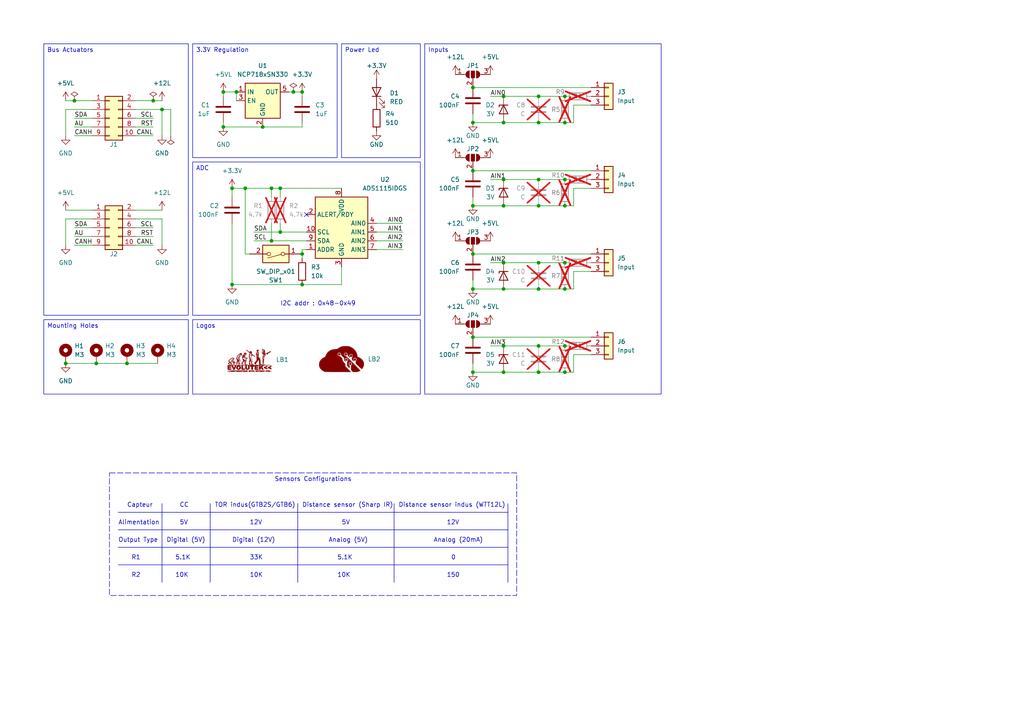
<source format=kicad_sch>
(kicad_sch (version 20230121) (generator eeschema)
  (paper "A4")
  (title_block (title "Carte ADC") (date "2025-05-21") (rev "V1.0"))
  (lib_symbols
    (symbol "Analog_ADC:ADS1115IDGS"
      (property "Reference" "U" (at 2.54 13.97 0))
      (property "Value" "ADS1115IDGS" (at 7.62 11.43 0))
      (symbol "ADS1115IDGS_1_1"
        (pin input line (at 10.16 -5.08 180) (length 2.54) (name "ADDR") (number "1"))
        (pin input line (at 10.16 0 180) (length 2.54) (name "SCL") (number "10"))
        (pin output line (at 10.16 5.08 180) (length 2.54) (name "ALERT/RDY") (number "2"))
        (pin power_in line (at 0 -10.16 90) (length 2.54) (name "GND") (number "3"))
        (pin input line (at -10.16 2.54 0) (length 2.54) (name "AIN0") (number "4"))
        (pin input line (at -10.16 0 0) (length 2.54) (name "AIN1") (number "5"))
        (pin input line (at -10.16 -2.54 0) (length 2.54) (name "AIN2") (number "6"))
        (pin input line (at -10.16 -5.08 0) (length 2.54) (name "AIN3") (number "7"))
        (pin power_in line (at 0 12.7 270) (length 2.54) (name "VDD") (number "8"))
        (pin bidirectional line (at 10.16 -2.54 180) (length 2.54) (name "SDA") (number "9"))
      )
    )
    (symbol "Connector_Generic:Conn_01x03" (pin_names (offset 1.016) hide)
      (property "Reference" "J" (at 0 5.08 0))
      (property "Value" "Conn_01x03" (at 0 -5.08 0))
      (symbol "Conn_01x03_1_1"
        (pin passive line (at -5.08 2.54 0) (length 3.81) (name "Pin_1") (number "1"))
        (pin passive line (at -5.08 0 0) (length 3.81) (name "Pin_2") (number "2"))
        (pin passive line (at -5.08 -2.54 0) (length 3.81) (name "Pin_3") (number "3"))
      )
    )
    (symbol "Connector_Generic:Conn_02x05_Odd_Even" (pin_names (offset 1.016) hide)
      (property "Reference" "J" (at 1.27 7.62 0))
      (property "Value" "Conn_02x05_Odd_Even" (at 1.27 -7.62 0))
      (symbol "Conn_02x05_Odd_Even_1_1"
        (pin passive line (at -5.08 5.08 0) (length 3.81) (name "Pin_1") (number "1"))
        (pin passive line (at 7.62 -5.08 180) (length 3.81) (name "Pin_10") (number "10"))
        (pin passive line (at 7.62 5.08 180) (length 3.81) (name "Pin_2") (number "2"))
        (pin passive line (at -5.08 2.54 0) (length 3.81) (name "Pin_3") (number "3"))
        (pin passive line (at 7.62 2.54 180) (length 3.81) (name "Pin_4") (number "4"))
        (pin passive line (at -5.08 0 0) (length 3.81) (name "Pin_5") (number "5"))
        (pin passive line (at 7.62 0 180) (length 3.81) (name "Pin_6") (number "6"))
        (pin passive line (at -5.08 -2.54 0) (length 3.81) (name "Pin_7") (number "7"))
        (pin passive line (at 7.62 -2.54 180) (length 3.81) (name "Pin_8") (number "8"))
        (pin passive line (at -5.08 -5.08 0) (length 3.81) (name "Pin_9") (number "9"))
      )
    )
    (symbol "Device:C" (pin_numbers hide) (pin_names (offset 0.254))
      (property "Reference" "C" (at 0.635 2.54 0))
      (property "Value" "C" (at 0.635 -2.54 0))
      (symbol "C_1_1"
        (pin passive line (at 0 3.81 270) (length 2.794) (name "~") (number "1"))
        (pin passive line (at 0 -3.81 90) (length 2.794) (name "~") (number "2"))
      )
    )
    (symbol "Device:D_Zener" (pin_numbers hide) (pin_names (offset 1.016) hide)
      (property "Reference" "D" (at 0 2.54 0))
      (property "Value" "D_Zener" (at 0 -2.54 0))
      (symbol "D_Zener_1_1"
        (pin passive line (at -3.81 0 0) (length 2.54) (name "K") (number "1"))
        (pin passive line (at 3.81 0 180) (length 2.54) (name "A") (number "2"))
      )
    )
    (symbol "Device:LED" (pin_numbers hide) (pin_names (offset 1.016) hide)
      (property "Reference" "D" (at 0 2.54 0))
      (property "Value" "LED" (at 0 -2.54 0))
      (symbol "LED_1_1"
        (pin passive line (at -3.81 0 0) (length 2.54) (name "K") (number "1"))
        (pin passive line (at 3.81 0 180) (length 2.54) (name "A") (number "2"))
      )
    )
    (symbol "Device:R" (pin_numbers hide) (pin_names (offset 0))
      (property "Reference" "R" (at 2.032 0 90))
      (property "Value" "R" (at 0 0 90))
      (symbol "R_1_1"
        (pin passive line (at 0 3.81 270) (length 1.27) (name "~") (number "1"))
        (pin passive line (at 0 -3.81 90) (length 1.27) (name "~") (number "2"))
      )
    )
    (symbol "Jumper:SolderJumper_3_Open" (pin_names (offset 0) hide)
      (property "Reference" "JP" (at -2.54 -2.54 0))
      (property "Value" "SolderJumper_3_Open" (at 0 2.794 0))
      (symbol "SolderJumper_3_Open_1_1"
        (pin passive line (at -5.08 0 0) (length 2.54) (name "A") (number "1"))
        (pin passive line (at 0 -3.81 90) (length 2.54) (name "C") (number "2"))
        (pin passive line (at 5.08 0 180) (length 2.54) (name "B") (number "3"))
      )
    )
    (symbol "MarkingEvo:Logo Aisler" (pin_numbers hide) (pin_names (offset 0) hide) (in_bom no)
      (property "Reference" "LB" (at 0 5.08 0))
    )
    (symbol "MarkingEvo:Logo Evolutek" (pin_numbers hide) (pin_names (offset 0) hide) (in_bom no)
      (property "Reference" "LB" (at 0 3.8378 0))
    )
    (symbol "Mechanical:MountingHole_Pad" (pin_numbers hide) (pin_names (offset 1.016) hide)
      (property "Reference" "H" (at 0 6.35 0))
      (property "Value" "MountingHole_Pad" (at 0 4.445 0))
      (symbol "MountingHole_Pad_1_1"
        (pin input line (at 0 -2.54 90) (length 2.54) (name "1") (number "1"))
      )
    )
    (symbol "Regulator_Linear:NCP718xSN330"
      (property "Reference" "U" (at -3.81 6.35 0))
      (property "Value" "NCP718xSN330" (at 6.35 6.35 0))
      (symbol "NCP718xSN330_0_1"
        (pin power_in line (at -7.62 2.54 0) (length 2.54) (name "IN") (number "1"))
        (pin power_in line (at 0 -7.62 90) (length 2.54) (name "GND") (number "2"))
        (pin input line (at -7.62 0 0) (length 2.54) (name "EN") (number "3"))
        (pin no_connect line (at 5.08 0 180) (length 2.54) hide (name "NC") (number "4"))
        (pin power_out line (at 7.62 2.54 180) (length 2.54) (name "OUT") (number "5"))
      )
    )
    (symbol "Switch:SW_DIP_x01" (pin_names (offset 0) hide)
      (property "Reference" "SW" (at 0 3.81 0))
      (property "Value" "SW_DIP_x01" (at 0 -3.81 0))
      (symbol "SW_DIP_x01_1_1"
        (pin passive line (at -7.62 0 0) (length 5.08) (name "~") (number "1"))
        (pin passive line (at 7.62 0 180) (length 5.08) (name "~") (number "2"))
      )
    )
    (symbol "power:+12L" (power) (pin_names (offset 0))
      (property "Value" "+12L" (at 0 3.556 0))
      (symbol "+12L_1_1"
        (pin power_in line (at 0 0 90) (length 0) hide (name "+12L") (number "1"))
      )
    )
    (symbol "power:+3.3V" (power) (pin_names (offset 0))
      (property "Value" "+3.3V" (at 0 3.556 0))
      (symbol "+3.3V_1_1"
        (pin power_in line (at 0 0 90) (length 0) hide (name "+3.3V") (number "1"))
      )
    )
    (symbol "power:+5VL" (power) (pin_names (offset 0))
      (property "Value" "+5VL" (at 0 3.556 0))
      (symbol "+5VL_1_1"
        (pin power_in line (at 0 0 90) (length 0) hide (name "+5VL") (number "1"))
      )
    )
    (symbol "power:GND" (power) (pin_names (offset 0))
      (property "Value" "GND" (at 0 -3.81 0))
      (symbol "GND_1_1"
        (pin power_in line (at 0 0 270) (length 0) hide (name "GND") (number "1"))
      )
    )
    (symbol "power:PWR_FLAG" (power) (pin_numbers hide) (pin_names (offset 0) hide)
      (property "Value" "PWR_FLAG" (at 0 3.81 0))
      (symbol "PWR_FLAG_0_0"
        (pin power_out line (at 0 0 90) (length 0) (name "pwr") (number "1"))
      )
    )
  )
  (junction (at 146.05 100.33))
  (junction (at 146.05 27.94))
  (junction (at 163.83 27.94))
  (junction (at 137.16 35.56))
  (junction (at 156.21 76.2))
  (junction (at 137.16 83.82))
  (junction (at 146.05 76.2))
  (junction (at 87.63 82.55))
  (junction (at 163.83 100.33))
  (junction (at 137.16 59.69))
  (junction (at 36.83 105.41))
  (junction (at 78.74 54.61))
  (junction (at 163.83 107.95))
  (junction (at 156.21 35.56))
  (junction (at 76.2 36.83))
  (junction (at 21.59 29.21))
  (junction (at 67.31 54.61))
  (junction (at 156.21 100.33))
  (junction (at 64.77 36.83))
  (junction (at 68.58 26.67))
  (junction (at 27.94 105.41))
  (junction (at 87.63 26.67))
  (junction (at 46.99 31.75))
  (junction (at 137.16 49.53))
  (junction (at 146.05 52.07))
  (junction (at 85.09 26.67))
  (junction (at 67.31 82.55))
  (junction (at 137.16 73.66))
  (junction (at 163.83 59.69))
  (junction (at 163.83 76.2))
  (junction (at 64.77 26.67))
  (junction (at 78.74 69.85))
  (junction (at 156.21 52.07))
  (junction (at 137.16 107.95))
  (junction (at 44.45 29.21))
  (junction (at 137.16 97.79))
  (junction (at 71.12 54.61))
  (junction (at 146.05 35.56))
  (junction (at 87.63 73.66))
  (junction (at 156.21 83.82))
  (junction (at 156.21 27.94))
  (junction (at 156.21 107.95))
  (junction (at 81.28 54.61))
  (junction (at 163.83 35.56))
  (junction (at 146.05 83.82))
  (junction (at 163.83 83.82))
  (junction (at 146.05 59.69))
  (junction (at 163.83 52.07))
  (junction (at 81.28 67.31))
  (junction (at 156.21 59.69))
  (junction (at 19.05 105.41))
  (junction (at 137.16 25.4))
  (junction (at 146.05 107.95))
  (no_connect (at 88.9 62.23))
  (wire (pts (xy 64.77 36.83) (xy 76.2 36.83)))
  (wire (pts (xy 39.37 36.83) (xy 44.45 36.83)))
  (wire (pts (xy 27.94 105.41) (xy 36.83 105.41)))
  (wire (pts (xy 39.37 63.5) (xy 46.99 63.5)))
  (wire (pts (xy 166.37 102.87) (xy 171.45 102.87)))
  (wire (pts (xy 76.2 36.83) (xy 87.63 36.83)))
  (wire (pts (xy 71.12 54.61) (xy 71.12 73.66)))
  (wire (pts (xy 88.9 69.85) (xy 78.74 69.85)))
  (wire (pts (xy 156.21 107.95) (xy 163.83 107.95)))
  (polyline (pts (xy 34.29 163.83) (xy 147.32 163.83)))
  (wire (pts (xy 137.16 107.95) (xy 146.05 107.95)))
  (polyline (pts (xy 86.36 146.05) (xy 86.36 168.91)))
  (wire (pts (xy 166.37 54.61) (xy 171.45 54.61)))
  (polyline (pts (xy 114.3 146.05) (xy 114.3 168.91)))
  (wire (pts (xy 146.05 35.56) (xy 156.21 35.56)))
  (wire (pts (xy 68.58 26.67) (xy 68.58 29.21)))
  (wire (pts (xy 146.05 52.07) (xy 156.21 52.07)))
  (wire (pts (xy 87.63 73.66) (xy 87.63 74.93)))
  (wire (pts (xy 36.83 105.41) (xy 45.72 105.41)))
  (polyline (pts (xy 46.99 146.05) (xy 46.99 168.91)))
  (wire (pts (xy 19.05 63.5) (xy 19.05 71.12)))
  (wire (pts (xy 67.31 54.61) (xy 67.31 57.15)))
  (wire (pts (xy 21.59 34.29) (xy 26.67 34.29)))
  (wire (pts (xy 142.24 52.07) (xy 146.05 52.07)))
  (wire (pts (xy 39.37 60.96) (xy 46.99 60.96)))
  (wire (pts (xy 137.16 97.79) (xy 171.45 97.79)))
  (wire (pts (xy 137.16 49.53) (xy 171.45 49.53)))
  (wire (pts (xy 39.37 68.58) (xy 44.45 68.58)))
  (wire (pts (xy 109.22 69.85) (xy 116.84 69.85)))
  (polyline (pts (xy 34.29 158.75) (xy 147.32 158.75)))
  (wire (pts (xy 137.16 33.02) (xy 137.16 35.56)))
  (wire (pts (xy 19.05 105.41) (xy 27.94 105.41)))
  (wire (pts (xy 19.05 29.21) (xy 21.59 29.21)))
  (wire (pts (xy 146.05 83.82) (xy 137.16 83.82)))
  (wire (pts (xy 49.53 39.37) (xy 49.53 31.75)))
  (wire (pts (xy 166.37 54.61) (xy 166.37 59.69)))
  (wire (pts (xy 81.28 54.61) (xy 81.28 57.15)))
  (wire (pts (xy 137.16 59.69) (xy 137.16 57.15)))
  (wire (pts (xy 99.06 82.55) (xy 87.63 82.55)))
  (wire (pts (xy 166.37 78.74) (xy 171.45 78.74)))
  (wire (pts (xy 142.24 100.33) (xy 146.05 100.33)))
  (wire (pts (xy 163.83 83.82) (xy 166.37 83.82)))
  (wire (pts (xy 166.37 30.48) (xy 171.45 30.48)))
  (wire (pts (xy 64.77 26.67) (xy 68.58 26.67)))
  (wire (pts (xy 156.21 76.2) (xy 163.83 76.2)))
  (wire (pts (xy 81.28 54.61) (xy 78.74 54.61)))
  (wire (pts (xy 146.05 27.94) (xy 156.21 27.94)))
  (wire (pts (xy 39.37 31.75) (xy 46.99 31.75)))
  (wire (pts (xy 137.16 107.95) (xy 137.16 105.41)))
  (wire (pts (xy 81.28 67.31) (xy 73.66 67.31)))
  (wire (pts (xy 19.05 60.96) (xy 26.67 60.96)))
  (wire (pts (xy 81.28 64.77) (xy 81.28 67.31)))
  (wire (pts (xy 21.59 29.21) (xy 26.67 29.21)))
  (wire (pts (xy 87.63 72.39) (xy 87.63 73.66)))
  (wire (pts (xy 19.05 31.75) (xy 19.05 39.37)))
  (wire (pts (xy 163.83 107.95) (xy 166.37 107.95)))
  (wire (pts (xy 39.37 34.29) (xy 44.45 34.29)))
  (polyline (pts (xy 34.29 148.59) (xy 147.32 148.59)))
  (wire (pts (xy 78.74 69.85) (xy 73.66 69.85)))
  (wire (pts (xy 87.63 26.67) (xy 87.63 27.94)))
  (wire (pts (xy 21.59 36.83) (xy 26.67 36.83)))
  (wire (pts (xy 64.77 35.56) (xy 64.77 36.83)))
  (wire (pts (xy 81.28 54.61) (xy 99.06 54.61)))
  (wire (pts (xy 71.12 73.66) (xy 72.39 73.66)))
  (wire (pts (xy 163.83 35.56) (xy 166.37 35.56)))
  (wire (pts (xy 21.59 71.12) (xy 26.67 71.12)))
  (wire (pts (xy 46.99 63.5) (xy 46.99 71.12)))
  (wire (pts (xy 166.37 78.74) (xy 166.37 83.82)))
  (wire (pts (xy 78.74 64.77) (xy 78.74 69.85)))
  (wire (pts (xy 166.37 30.48) (xy 166.37 35.56)))
  (wire (pts (xy 163.83 59.69) (xy 166.37 59.69)))
  (wire (pts (xy 64.77 27.94) (xy 64.77 26.67)))
  (wire (pts (xy 142.24 76.2) (xy 146.05 76.2)))
  (wire (pts (xy 46.99 31.75) (xy 46.99 39.37)))
  (wire (pts (xy 21.59 68.58) (xy 26.67 68.58)))
  (wire (pts (xy 146.05 76.2) (xy 156.21 76.2)))
  (wire (pts (xy 146.05 59.69) (xy 156.21 59.69)))
  (wire (pts (xy 87.63 82.55) (xy 67.31 82.55)))
  (wire (pts (xy 146.05 59.69) (xy 137.16 59.69)))
  (wire (pts (xy 156.21 27.94) (xy 163.83 27.94)))
  (wire (pts (xy 21.59 39.37) (xy 26.67 39.37)))
  (wire (pts (xy 146.05 83.82) (xy 156.21 83.82)))
  (wire (pts (xy 87.63 36.83) (xy 87.63 35.56)))
  (wire (pts (xy 39.37 39.37) (xy 44.45 39.37)))
  (wire (pts (xy 156.21 52.07) (xy 163.83 52.07)))
  (polyline (pts (xy 60.96 146.05) (xy 60.96 168.91)))
  (wire (pts (xy 146.05 35.56) (xy 137.16 35.56)))
  (wire (pts (xy 99.06 77.47) (xy 99.06 82.55)))
  (wire (pts (xy 71.12 54.61) (xy 67.31 54.61)))
  (wire (pts (xy 156.21 35.56) (xy 163.83 35.56)))
  (wire (pts (xy 78.74 54.61) (xy 71.12 54.61)))
  (wire (pts (xy 137.16 83.82) (xy 137.16 81.28)))
  (wire (pts (xy 146.05 107.95) (xy 156.21 107.95)))
  (wire (pts (xy 109.22 64.77) (xy 116.84 64.77)))
  (wire (pts (xy 39.37 71.12) (xy 44.45 71.12)))
  (wire (pts (xy 137.16 25.4) (xy 171.45 25.4)))
  (wire (pts (xy 85.09 26.67) (xy 83.82 26.67)))
  (wire (pts (xy 156.21 83.82) (xy 163.83 83.82)))
  (wire (pts (xy 26.67 63.5) (xy 19.05 63.5)))
  (wire (pts (xy 39.37 29.21) (xy 44.45 29.21)))
  (wire (pts (xy 88.9 72.39) (xy 87.63 72.39)))
  (wire (pts (xy 49.53 31.75) (xy 46.99 31.75)))
  (wire (pts (xy 109.22 67.31) (xy 116.84 67.31)))
  (wire (pts (xy 39.37 66.04) (xy 44.45 66.04)))
  (wire (pts (xy 44.45 29.21) (xy 46.99 29.21)))
  (wire (pts (xy 166.37 102.87) (xy 166.37 107.95)))
  (wire (pts (xy 85.09 26.67) (xy 87.63 26.67)))
  (wire (pts (xy 156.21 59.69) (xy 163.83 59.69)))
  (wire (pts (xy 78.74 57.15) (xy 78.74 54.61)))
  (wire (pts (xy 88.9 67.31) (xy 81.28 67.31)))
  (wire (pts (xy 109.22 72.39) (xy 116.84 72.39)))
  (wire (pts (xy 146.05 100.33) (xy 156.21 100.33)))
  (wire (pts (xy 142.24 27.94) (xy 146.05 27.94)))
  (wire (pts (xy 67.31 82.55) (xy 67.31 64.77)))
  (wire (pts (xy 21.59 66.04) (xy 26.67 66.04)))
  (wire (pts (xy 26.67 31.75) (xy 19.05 31.75)))
  (wire (pts (xy 156.21 100.33) (xy 163.83 100.33)))
  (wire (pts (xy 137.16 73.66) (xy 171.45 73.66)))
  (polyline (pts (xy 34.29 153.67) (xy 147.32 153.67)))
  (polyline (pts (xy 147.32 146.05) (xy 147.32 168.91)))
  (text_box "Sensors Configurations" (at 31.75 137.16 0) (size 118.11 35.56) (stroke (width 0) (type dash)) (effects (font (size 1.27 1.27)) (justify top)))
  (text_box "Bus Actuators" (at 12.7 12.7 0) (size 41.91 78.74) (effects (font (size 1.27 1.27)) (justify left top)))
  (text_box "ADC" (at 55.88 46.99 0) (size 66.04 44.45) (effects (font (size 1.27 1.27)) (justify left top)))
  (text_box "Mounting Holes" (at 12.7 92.71 0) (size 41.91 21.59) (effects (font (size 1.27 1.27)) (justify left top)))
  (text_box "Power Led" (at 99.06 12.7 0) (size 22.86 33.02) (effects (font (size 1.27 1.27)) (justify left top)))
  (text_box "3.3V Regulation" (at 55.88 12.7 0) (size 41.91 33.02) (effects (font (size 1.27 1.27)) (justify left top)))
  (text_box "Logos" (at 55.88 92.71 0) (size 66.04 21.59) (effects (font (size 1.27 1.27)) (justify left top)))
  (text_box "Inputs" (at 123.19 12.7 0) (size 68.58 101.6) (effects (font (size 1.27 1.27)) (justify left top)))
  (text "I2C addr : 0x48-0x49" (at 81.28 88.9 0) (effects (font (size 1.27 1.27)) (justify left bottom)))
  (text "Analog (20mA)" (at 125.73 157.48 0) (effects (font (size 1.27 1.27)) (justify left bottom)))
  (text "Alimentation" (at 34.29 152.4 0) (effects (font (size 1.27 1.27)) (justify left bottom)))
  (text "12V" (at 72.39 152.4 0) (effects (font (size 1.27 1.27)) (justify left bottom)))
  (text "Analog (5V)" (at 95.25 157.48 0) (effects (font (size 1.27 1.27)) (justify left bottom)))
  (text "0" (at 130.81 162.56 0) (effects (font (size 1.27 1.27)) (justify left bottom)))
  (text "R2" (at 38.1 167.64 0) (effects (font (size 1.27 1.27)) (justify left bottom)))
  (text "Distance sensor indus (WTT12L)" (at 115.57 147.32 0) (effects (font (size 1.27 1.27)) (justify left bottom)))
  (text "R1" (at 38.1 162.56 0) (effects (font (size 1.27 1.27)) (justify left bottom)))
  (text "33K" (at 72.39 162.56 0) (effects (font (size 1.27 1.27)) (justify left bottom)))
  (text "10K" (at 97.79 167.64 0) (effects (font (size 1.27 1.27)) (justify left bottom)))
  (text "Digital (5V)" (at 48.26 157.48 0) (effects (font (size 1.27 1.27)) (justify left bottom)))
  (text "5V" (at 99.06 152.4 0) (effects (font (size 1.27 1.27)) (justify left bottom)))
  (text "5V" (at 52.07 152.4 0) (effects (font (size 1.27 1.27)) (justify left bottom)))
  (text "Digital (12V)" (at 67.31 157.48 0) (effects (font (size 1.27 1.27)) (justify left bottom)))
  (text "10K" (at 72.39 167.64 0) (effects (font (size 1.27 1.27)) (justify left bottom)))
  (text "CC" (at 52.07 147.32 0) (effects (font (size 1.27 1.27)) (justify left bottom)))
  (text "TOR indus(GTB2S/GTB6)" (at 62.23 147.32 0) (effects (font (size 1.27 1.27)) (justify left bottom)))
  (text "5.1K" (at 97.79 162.56 0) (effects (font (size 1.27 1.27)) (justify left bottom)))
  (text "Capteur" (at 36.83 147.32 0) (effects (font (size 1.27 1.27)) (justify left bottom)))
  (text "150" (at 129.54 167.64 0) (effects (font (size 1.27 1.27)) (justify left bottom)))
  (text "12V" (at 129.54 152.4 0) (effects (font (size 1.27 1.27)) (justify left bottom)))
  (text "Output Type" (at 34.29 157.48 0) (effects (font (size 1.27 1.27)) (justify left bottom)))
  (text "Distance sensor (Sharp IR)" (at 87.63 147.32 0) (effects (font (size 1.27 1.27)) (justify left bottom)))
  (text "5.1K" (at 50.8 162.56 0) (effects (font (size 1.27 1.27)) (justify left bottom)))
  (text "10K" (at 50.8 167.64 0) (effects (font (size 1.27 1.27)) (justify left bottom)))
  (label "CANL" (at 44.45 39.37 180))
  (label "AU" (at 21.59 68.58 0))
  (label "AIN2" (at 116.84 69.85 180))
  (label "SCL" (at 44.45 66.04 180))
  (label "AIN0" (at 142.24 27.94 0))
  (label "SDA" (at 73.66 67.31 0))
  (label "CANH" (at 21.59 71.12 0))
  (label "SCL" (at 44.45 34.29 180))
  (label "AIN3" (at 142.24 100.33 0))
  (label "RST" (at 44.45 36.83 180))
  (label "AIN1" (at 116.84 67.31 180))
  (label "AIN3" (at 116.84 72.39 180))
  (label "AIN1" (at 142.24 52.07 0))
  (label "CANL" (at 44.45 71.12 180))
  (label "CANH" (at 21.59 39.37 0))
  (label "AU" (at 21.59 36.83 0))
  (label "AIN0" (at 116.84 64.77 180))
  (label "SDA" (at 21.59 34.29 0))
  (label "SCL" (at 73.66 69.85 0))
  (label "AIN2" (at 142.24 76.2 0))
  (label "SDA" (at 21.59 66.04 0))
  (label "RST" (at 44.45 68.58 180))
  (symbol (lib_id "Device:R") (at 163.83 55.88 0) (mirror y) (unit 1) (in_bom no) (dnp yes)
    (property "Reference" "R6" (at 162.56 55.88 0) (effects (justify left)))
    (property "Value" "R2" (at 163.83 57.15 90) (effects (justify left)))
    (property "Footprint" "Resistor_SMD:R_0603_1608Metric" (effects hide))
  )
  (symbol (lib_id "power:GND") (at 19.05 71.12 0) (unit 1)
    (property "Reference" "#PWR04" (effects hide))
    (property "Value" "GND" (at 19.05 76.2 0))
  )
  (symbol (lib_id "power:+12L") (at 132.08 45.72 0) (unit 1)
    (property "Reference" "#PWR018" (effects hide))
    (property "Value" "+12L" (at 132.08 40.64 0))
  )
  (symbol (lib_id "power:+5VL") (at 142.24 93.98 0) (unit 1)
    (property "Reference" "#PWR028" (effects hide))
    (property "Value" "+5VL" (at 142.24 88.9 0))
  )
  (symbol (lib_id "Jumper:SolderJumper_3_Open") (at 137.16 93.98 0) (unit 1) (in_bom no)
    (property "Reference" "JP4" (at 137.16 91.44 0))
    (property "Value" "SolderJumper_3_Open" (effects hide))
    (property "Footprint" "Jumper:SolderJumper-3_P1.3mm_Open_RoundedPad1.0x1.5mm" (effects hide))
  )
  (symbol (lib_id "Device:C") (at 156.21 80.01 0) (mirror y) (unit 1) (in_bom no) (dnp yes)
    (property "Reference" "C10" (at 152.4 78.74 0) (effects (justify left)))
    (property "Value" "C" (at 152.4 81.28 0) (effects (justify left)))
    (property "Footprint" "Capacitor_SMD:C_0603_1608Metric" (effects hide))
  )
  (symbol (lib_id "power:GND") (at 64.77 36.83 0) (unit 1)
    (property "Reference" "#PWR011" (effects hide))
    (property "Value" "GND" (at 64.77 41.91 0))
  )
  (symbol (lib_id "Device:R") (at 163.83 31.75 0) (mirror y) (unit 1) (in_bom no) (dnp yes)
    (property "Reference" "R5" (at 162.56 31.75 0) (effects (justify left)))
    (property "Value" "R2" (at 163.83 33.02 90) (effects (justify left)))
    (property "Footprint" "Resistor_SMD:R_0603_1608Metric" (effects hide))
  )
  (symbol (lib_id "power:GND") (at 109.22 38.1 0) (unit 1)
    (property "Reference" "#PWR016" (effects hide))
    (property "Value" "GND" (at 109.22 41.91 0))
  )
  (symbol (lib_id "power:GND") (at 19.05 39.37 0) (unit 1)
    (property "Reference" "#PWR02" (effects hide))
    (property "Value" "GND" (at 19.05 44.45 0))
  )
  (symbol (lib_id "Switch:SW_DIP_x01") (at 80.01 73.66 180) (unit 1)
    (property "Reference" "SW1" (at 80.01 81.28 0))
    (property "Value" "SW_DIP_x01" (at 80.01 78.74 0))
    (property "Footprint" "Button_Switch_THT:SW_DIP_SPSTx01_Slide_6.7x4.1mm_W7.62mm_P2.54mm_LowProfile" (effects hide))
  )
  (symbol (lib_id "Mechanical:MountingHole_Pad") (at 27.94 102.87 0) (unit 1) (in_bom no)
    (property "Reference" "H2" (at 30.48 100.33 0) (effects (justify left)))
    (property "Value" "M3" (at 30.48 102.87 0) (effects (justify left)))
    (property "Footprint" "MountingHole:MountingHole_3.2mm_M3_Pad_Via" (effects hide))
  )
  (symbol (lib_id "Device:R") (at 167.64 76.2 90) (unit 1) (in_bom no) (dnp yes)
    (property "Reference" "R11" (at 163.83 74.93 90) (effects (justify left)))
    (property "Value" "R1" (at 168.91 76.2 90) (effects (justify left)))
    (property "Footprint" "Resistor_SMD:R_0603_1608Metric" (effects hide))
  )
  (symbol (lib_id "Device:C") (at 137.16 29.21 0) (mirror y) (unit 1)
    (property "Reference" "C4" (at 133.35 27.94 0) (effects (justify left)))
    (property "Value" "100nF" (at 133.35 30.48 0) (effects (justify left)))
    (property "Footprint" "Capacitor_SMD:C_0603_1608Metric" (effects hide))
  )
  (symbol (lib_id "Device:C") (at 67.31 60.96 0) (mirror y) (unit 1)
    (property "Reference" "C2" (at 63.5 59.69 0) (effects (justify left)))
    (property "Value" "100nF" (at 63.5 62.23 0) (effects (justify left)))
    (property "Footprint" "Capacitor_SMD:C_0603_1608Metric" (effects hide))
  )
  (symbol (lib_id "power:GND") (at 46.99 71.12 0) (unit 1)
    (property "Reference" "#PWR09" (effects hide))
    (property "Value" "GND" (at 46.99 76.2 0))
  )
  (symbol (lib_id "power:+3.3V") (at 87.63 26.67 0) (unit 1)
    (property "Reference" "#PWR014" (effects hide))
    (property "Value" "+3.3V" (at 87.63 21.59 0))
  )
  (symbol (lib_id "Device:R") (at 163.83 104.14 0) (mirror y) (unit 1) (in_bom no) (dnp yes)
    (property "Reference" "R8" (at 162.56 104.14 0) (effects (justify left)))
    (property "Value" "R2" (at 163.83 105.41 90) (effects (justify left)))
    (property "Footprint" "Resistor_SMD:R_0603_1608Metric" (effects hide))
  )
  (symbol (lib_id "power:+5VL") (at 19.05 60.96 0) (unit 1)
    (property "Reference" "#PWR03" (effects hide))
    (property "Value" "+5VL" (at 19.05 55.88 0))
  )
  (symbol (lib_id "Connector_Generic:Conn_01x03") (at 176.53 100.33 0) (unit 1)
    (property "Reference" "J6" (at 179.07 99.06 0) (effects (justify left)))
    (property "Value" "Input" (at 179.07 101.6 0) (effects (justify left)))
    (property "Footprint" "ConnectorsEvo:B03B-PASK" (effects hide))
  )
  (symbol (lib_id "power:+12L") (at 46.99 29.21 0) (unit 1)
    (property "Reference" "#PWR06" (effects hide))
    (property "Value" "+12L" (at 46.99 24.13 0))
  )
  (symbol (lib_id "power:PWR_FLAG") (at 44.45 29.21 0) (unit 1)
    (property "Reference" "#FLG02" (effects hide))
    (property "Value" "PWR_FLAG" (effects hide))
  )
  (symbol (lib_id "Mechanical:MountingHole_Pad") (at 45.72 102.87 0) (unit 1) (in_bom no)
    (property "Reference" "H4" (at 48.26 100.33 0) (effects (justify left)))
    (property "Value" "M3" (at 48.26 102.87 0) (effects (justify left)))
    (property "Footprint" "MountingHole:MountingHole_3.2mm_M3_Pad_Via" (effects hide))
  )
  (symbol (lib_id "power:+12L") (at 132.08 21.59 0) (unit 1)
    (property "Reference" "#PWR017" (effects hide))
    (property "Value" "+12L" (at 132.08 16.51 0))
  )
  (symbol (lib_id "Connector_Generic:Conn_01x03") (at 176.53 76.2 0) (unit 1)
    (property "Reference" "J5" (at 179.07 74.93 0) (effects (justify left)))
    (property "Value" "Input" (at 179.07 77.47 0) (effects (justify left)))
    (property "Footprint" "ConnectorsEvo:B03B-PASK" (effects hide))
  )
  (symbol (lib_id "power:GND") (at 19.05 105.41 0) (mirror y) (unit 1)
    (property "Reference" "#PWR05" (effects hide))
    (property "Value" "GND" (at 19.05 110.49 0))
  )
  (symbol (lib_id "power:+5VL") (at 142.24 21.59 0) (unit 1)
    (property "Reference" "#PWR025" (effects hide))
    (property "Value" "+5VL" (at 142.24 16.51 0))
  )
  (symbol (lib_id "Device:C") (at 156.21 104.14 0) (mirror y) (unit 1) (in_bom no) (dnp yes)
    (property "Reference" "C11" (at 152.4 102.87 0) (effects (justify left)))
    (property "Value" "C" (at 152.4 105.41 0) (effects (justify left)))
    (property "Footprint" "Capacitor_SMD:C_0603_1608Metric" (effects hide))
  )
  (symbol (lib_id "power:GND") (at 67.31 82.55 0) (mirror y) (unit 1)
    (property "Reference" "#PWR013" (effects hide))
    (property "Value" "GND" (at 67.31 87.63 0))
  )
  (symbol (lib_id "Device:R") (at 167.64 27.94 90) (unit 1) (in_bom no) (dnp yes)
    (property "Reference" "R9" (at 163.83 26.67 90) (effects (justify left)))
    (property "Value" "R1" (at 168.91 27.94 90) (effects (justify left)))
    (property "Footprint" "Resistor_SMD:R_0603_1608Metric" (effects hide))
  )
  (symbol (lib_id "power:+5VL") (at 19.05 29.21 0) (unit 1)
    (property "Reference" "#PWR01" (effects hide))
    (property "Value" "+5VL" (at 19.05 24.13 0))
  )
  (symbol (lib_id "Mechanical:MountingHole_Pad") (at 36.83 102.87 0) (unit 1) (in_bom no)
    (property "Reference" "H3" (at 39.37 100.33 0) (effects (justify left)))
    (property "Value" "M3" (at 39.37 102.87 0) (effects (justify left)))
    (property "Footprint" "MountingHole:MountingHole_3.2mm_M3_Pad_Via" (effects hide))
  )
  (symbol (lib_id "Device:D_Zener") (at 146.05 31.75 90) (mirror x) (unit 1)
    (property "Reference" "D2" (at 143.51 30.48 90) (effects (justify left)))
    (property "Value" "3V" (at 143.51 33.02 90) (effects (justify left)))
    (property "Footprint" "Diode_SMD:D_SOD-523" (effects hide))
  )
  (symbol (lib_id "Device:R") (at 109.22 34.29 0) (unit 1)
    (property "Reference" "R4" (at 111.76 33.02 0) (effects (justify left)))
    (property "Value" "510" (at 111.76 35.56 0) (effects (justify left)))
    (property "Footprint" "Resistor_SMD:R_0603_1608Metric" (effects hide))
  )
  (symbol (lib_id "power:+5VL") (at 142.24 69.85 0) (unit 1)
    (property "Reference" "#PWR027" (effects hide))
    (property "Value" "+5VL" (at 142.24 64.77 0))
  )
  (symbol (lib_id "Device:R") (at 87.63 78.74 0) (unit 1)
    (property "Reference" "R3" (at 90.17 77.47 0) (effects (justify left)))
    (property "Value" "10k" (at 90.17 80.01 0) (effects (justify left)))
    (property "Footprint" "Resistor_SMD:R_0603_1608Metric" (effects hide))
  )
  (symbol (lib_id "Jumper:SolderJumper_3_Open") (at 137.16 69.85 0) (unit 1) (in_bom no)
    (property "Reference" "JP3" (at 137.16 67.31 0))
    (property "Value" "SolderJumper_3_Open" (effects hide))
    (property "Footprint" "Jumper:SolderJumper-3_P1.3mm_Open_RoundedPad1.0x1.5mm" (effects hide))
  )
  (symbol (lib_id "Device:R") (at 167.64 100.33 90) (unit 1) (in_bom no) (dnp yes)
    (property "Reference" "R12" (at 163.83 99.06 90) (effects (justify left)))
    (property "Value" "R1" (at 168.91 100.33 90) (effects (justify left)))
    (property "Footprint" "Resistor_SMD:R_0603_1608Metric" (effects hide))
  )
  (symbol (lib_id "Connector_Generic:Conn_01x03") (at 176.53 27.94 0) (unit 1)
    (property "Reference" "J3" (at 179.07 26.67 0) (effects (justify left)))
    (property "Value" "Input" (at 179.07 29.21 0) (effects (justify left)))
    (property "Footprint" "ConnectorsEvo:B03B-PASK" (effects hide))
  )
  (symbol (lib_id "Device:R") (at 78.74 60.96 0) (mirror y) (unit 1) (in_bom no) (dnp yes)
    (property "Reference" "R1" (at 76.2 59.69 0) (effects (justify left)))
    (property "Value" "4.7k" (at 76.2 62.23 0) (effects (justify left)))
    (property "Footprint" "Resistor_SMD:R_0603_1608Metric" (effects hide))
  )
  (symbol (lib_id "power:+3.3V") (at 67.31 54.61 0) (mirror y) (unit 1)
    (property "Reference" "#PWR012" (effects hide))
    (property "Value" "+3.3V" (at 67.31 49.53 0))
  )
  (symbol (lib_id "Connector_Generic:Conn_02x05_Odd_Even") (at 31.75 34.29 0) (unit 1)
    (property "Reference" "J1" (at 33.02 41.91 0))
    (property "Value" "Bus Evo" (effects hide))
    (property "Footprint" "ConnectorsEvo:690367281076" (effects hide))
  )
  (symbol (lib_id "Device:R") (at 81.28 60.96 0) (unit 1) (in_bom no) (dnp yes)
    (property "Reference" "R2" (at 83.82 59.69 0) (effects (justify left)))
    (property "Value" "4.7k" (at 83.82 62.23 0) (effects (justify left)))
    (property "Footprint" "Resistor_SMD:R_0603_1608Metric" (effects hide))
  )
  (symbol (lib_id "power:GND") (at 46.99 39.37 0) (unit 1)
    (property "Reference" "#PWR07" (effects hide))
    (property "Value" "GND" (at 46.99 44.45 0))
  )
  (symbol (lib_id "Device:C") (at 64.77 31.75 0) (mirror y) (unit 1)
    (property "Reference" "C1" (at 60.96 30.48 0) (effects (justify left)))
    (property "Value" "1uF" (at 60.96 33.02 0) (effects (justify left)))
    (property "Footprint" "Capacitor_SMD:C_0603_1608Metric" (effects hide))
  )
  (symbol (lib_id "power:+5VL") (at 142.24 45.72 0) (unit 1)
    (property "Reference" "#PWR026" (effects hide))
    (property "Value" "+5VL" (at 142.24 40.64 0))
  )
  (symbol (lib_id "Regulator_Linear:NCP718xSN330") (at 76.2 29.21 0) (unit 1)
    (property "Reference" "U1" (at 76.2 19.05 0))
    (property "Value" "NCP718xSN330" (at 76.2 21.59 0))
    (property "Footprint" "Package_TO_SOT_SMD:SOT-23-5" (effects hide))
    (property "Datasheet" "https://www.onsemi.com/pub/Collateral/NCP718-D.PDF" (effects hide))
  )
  (symbol (lib_id "power:+12L") (at 132.08 93.98 0) (unit 1)
    (property "Reference" "#PWR020" (effects hide))
    (property "Value" "+12L" (at 132.08 88.9 0))
  )
  (symbol (lib_id "Connector_Generic:Conn_01x03") (at 176.53 52.07 0) (unit 1)
    (property "Reference" "J4" (at 179.07 50.8 0) (effects (justify left)))
    (property "Value" "Input" (at 179.07 53.34 0) (effects (justify left)))
    (property "Footprint" "ConnectorsEvo:B03B-PASK" (effects hide))
  )
  (symbol (lib_id "Device:D_Zener") (at 146.05 80.01 90) (mirror x) (unit 1)
    (property "Reference" "D4" (at 143.51 78.74 90) (effects (justify left)))
    (property "Value" "3V" (at 143.51 81.28 90) (effects (justify left)))
    (property "Footprint" "Diode_SMD:D_SOD-523" (effects hide))
  )
  (symbol (lib_id "power:GND") (at 137.16 83.82 0) (mirror y) (unit 1)
    (property "Reference" "#PWR023" (effects hide))
    (property "Value" "GND" (at 137.16 87.63 0))
  )
  (symbol (lib_id "Connector_Generic:Conn_02x05_Odd_Even") (at 31.75 66.04 0) (unit 1)
    (property "Reference" "J2" (at 33.02 73.66 0))
    (property "Value" "Bus Evo" (effects hide))
    (property "Footprint" "ConnectorsEvo:690367281076" (effects hide))
  )
  (symbol (lib_id "Analog_ADC:ADS1115IDGS") (at 99.06 67.31 0) (mirror y) (unit 1)
    (property "Reference" "U2" (at 113.03 52.07 0) (effects (justify left)))
    (property "Value" "ADS1115IDGS" (at 118.11 54.61 0) (effects (justify left)))
    (property "Footprint" "Package_SO:TSSOP-10_3x3mm_P0.5mm" (effects hide))
    (property "Datasheet" "http://www.ti.com/lit/ds/symlink/ads1113.pdf" (effects hide))
  )
  (symbol (lib_id "power:PWR_FLAG") (at 85.09 26.67 0) (unit 1)
    (property "Reference" "#FLG04" (effects hide))
    (property "Value" "PWR_FLAG" (effects hide))
  )
  (symbol (lib_id "power:GND") (at 137.16 107.95 0) (mirror y) (unit 1)
    (property "Reference" "#PWR024" (effects hide))
    (property "Value" "GND" (at 137.16 111.76 0))
  )
  (symbol (lib_id "Jumper:SolderJumper_3_Open") (at 137.16 45.72 0) (unit 1) (in_bom no)
    (property "Reference" "JP2" (at 137.16 43.18 0))
    (property "Value" "SolderJumper_3_Open" (effects hide))
    (property "Footprint" "Jumper:SolderJumper-3_P1.3mm_Open_RoundedPad1.0x1.5mm" (effects hide))
  )
  (symbol (lib_id "power:PWR_FLAG") (at 21.59 29.21 0) (unit 1)
    (property "Reference" "#FLG01" (effects hide))
    (property "Value" "PWR_FLAG" (effects hide))
  )
  (symbol (lib_id "power:GND") (at 137.16 35.56 0) (mirror y) (unit 1)
    (property "Reference" "#PWR021" (effects hide))
    (property "Value" "GND" (at 137.16 39.37 0))
  )
  (symbol (lib_id "Device:R") (at 163.83 80.01 0) (mirror y) (unit 1) (in_bom no) (dnp yes)
    (property "Reference" "R7" (at 162.56 80.01 0) (effects (justify left)))
    (property "Value" "R2" (at 163.83 81.28 90) (effects (justify left)))
    (property "Footprint" "Resistor_SMD:R_0603_1608Metric" (effects hide))
  )
  (symbol (lib_id "Jumper:SolderJumper_3_Open") (at 137.16 21.59 0) (unit 1) (in_bom no)
    (property "Reference" "JP1" (at 137.16 19.05 0))
    (property "Value" "SolderJumper_3_Open" (effects hide))
    (property "Footprint" "Jumper:SolderJumper-3_P1.3mm_Open_RoundedPad1.0x1.5mm" (effects hide))
  )
  (symbol (lib_id "Device:C") (at 156.21 31.75 0) (mirror y) (unit 1) (in_bom no) (dnp yes)
    (property "Reference" "C8" (at 152.4 30.48 0) (effects (justify left)))
    (property "Value" "C" (at 152.4 33.02 0) (effects (justify left)))
    (property "Footprint" "Capacitor_SMD:C_0603_1608Metric" (effects hide))
  )
  (symbol (lib_id "Device:D_Zener") (at 146.05 55.88 90) (mirror x) (unit 1)
    (property "Reference" "D3" (at 143.51 54.61 90) (effects (justify left)))
    (property "Value" "3V" (at 143.51 57.15 90) (effects (justify left)))
    (property "Footprint" "Diode_SMD:D_SOD-523" (effects hide))
  )
  (symbol (lib_id "power:+12L") (at 46.99 60.96 0) (unit 1)
    (property "Reference" "#PWR08" (effects hide))
    (property "Value" "+12L" (at 46.99 55.88 0))
  )
  (symbol (lib_id "power:+12L") (at 132.08 69.85 0) (unit 1)
    (property "Reference" "#PWR019" (effects hide))
    (property "Value" "+12L" (at 132.08 64.77 0))
  )
  (symbol (lib_id "Mechanical:MountingHole_Pad") (at 19.05 102.87 0) (unit 1) (in_bom no)
    (property "Reference" "H1" (at 21.59 100.33 0) (effects (justify left)))
    (property "Value" "M3" (at 21.59 102.87 0) (effects (justify left)))
    (property "Footprint" "MountingHole:MountingHole_3.2mm_M3_Pad_Via" (effects hide))
  )
  (symbol (lib_id "Device:C") (at 87.63 31.75 0) (unit 1)
    (property "Reference" "C3" (at 91.44 30.48 0) (effects (justify left)))
    (property "Value" "1uF" (at 91.44 33.02 0) (effects (justify left)))
    (property "Footprint" "Capacitor_SMD:C_0603_1608Metric" (effects hide))
  )
  (symbol (lib_id "Device:C") (at 137.16 53.34 0) (mirror y) (unit 1)
    (property "Reference" "C5" (at 133.35 52.07 0) (effects (justify left)))
    (property "Value" "100nF" (at 133.35 54.61 0) (effects (justify left)))
    (property "Footprint" "Capacitor_SMD:C_0603_1608Metric" (effects hide))
  )
  (symbol (lib_id "Device:C") (at 137.16 77.47 0) (mirror y) (unit 1)
    (property "Reference" "C6" (at 133.35 76.2 0) (effects (justify left)))
    (property "Value" "100nF" (at 133.35 78.74 0) (effects (justify left)))
    (property "Footprint" "Capacitor_SMD:C_0603_1608Metric" (effects hide))
  )
  (symbol (lib_id "MarkingEvo:Logo Evolutek") (at 72.39 104.14 0) (unit 1) (in_bom no)
    (property "Reference" "LB1" (at 80.01 104.298 0) (effects (justify left)))
    (property "Value" "LOGO" (effects hide))
    (property "Footprint" "MarkingEvo:logo-evo-min" (effects hide))
    (property "Sim.Enable" "0" (effects hide))
  )
  (symbol (lib_id "Device:D_Zener") (at 146.05 104.14 90) (mirror x) (unit 1)
    (property "Reference" "D5" (at 143.51 102.87 90) (effects (justify left)))
    (property "Value" "3V" (at 143.51 105.41 90) (effects (justify left)))
    (property "Footprint" "Diode_SMD:D_SOD-523" (effects hide))
  )
  (symbol (lib_id "Device:R") (at 167.64 52.07 90) (unit 1) (in_bom no) (dnp yes)
    (property "Reference" "R10" (at 163.83 50.8 90) (effects (justify left)))
    (property "Value" "R1" (at 168.91 52.07 90) (effects (justify left)))
    (property "Footprint" "Resistor_SMD:R_0603_1608Metric" (effects hide))
  )
  (symbol (lib_id "power:+5VL") (at 64.77 26.67 0) (unit 1)
    (property "Reference" "#PWR010" (effects hide))
    (property "Value" "+5VL" (at 64.77 21.59 0))
  )
  (symbol (lib_id "Device:C") (at 137.16 101.6 0) (mirror y) (unit 1)
    (property "Reference" "C7" (at 133.35 100.33 0) (effects (justify left)))
    (property "Value" "100nF" (at 133.35 102.87 0) (effects (justify left)))
    (property "Footprint" "Capacitor_SMD:C_0603_1608Metric" (effects hide))
  )
  (symbol (lib_id "Device:C") (at 156.21 55.88 0) (mirror y) (unit 1) (in_bom no) (dnp yes)
    (property "Reference" "C9" (at 152.4 54.61 0) (effects (justify left)))
    (property "Value" "C" (at 152.4 57.15 0) (effects (justify left)))
    (property "Footprint" "Capacitor_SMD:C_0603_1608Metric" (effects hide))
  )
  (symbol (lib_id "power:PWR_FLAG") (at 49.53 39.37 180) (unit 1)
    (property "Reference" "#FLG03" (effects hide))
    (property "Value" "PWR_FLAG" (effects hide))
  )
  (symbol (lib_id "MarkingEvo:Logo Aisler") (at 99.06 104.14 0) (unit 1) (in_bom no)
    (property "Reference" "LB2" (at 106.68 104.1569 0) (effects (justify left)))
    (property "Value" "LOGO" (effects hide))
    (property "Footprint" "MarkingEvo:Logo Aisler Min" (effects hide))
    (property "Sim.Enable" "0" (effects hide))
  )
  (symbol (lib_id "power:+3.3V") (at 109.22 22.86 0) (unit 1)
    (property "Reference" "#PWR015" (effects hide))
    (property "Value" "+3.3V" (at 109.22 19.05 0))
  )
  (symbol (lib_id "Device:LED") (at 109.22 26.67 90) (unit 1)
    (property "Reference" "D1" (at 113.03 26.9875 90) (effects (justify right)))
    (property "Value" "RED" (at 113.03 29.5275 90) (effects (justify right)))
    (property "Footprint" "LED_SMD:LED_0805_2012Metric" (effects hide))
  )
  (symbol (lib_id "power:GND") (at 137.16 59.69 0) (mirror y) (unit 1)
    (property "Reference" "#PWR022" (effects hide))
    (property "Value" "GND" (at 137.16 63.5 0))
  )
)
</source>
